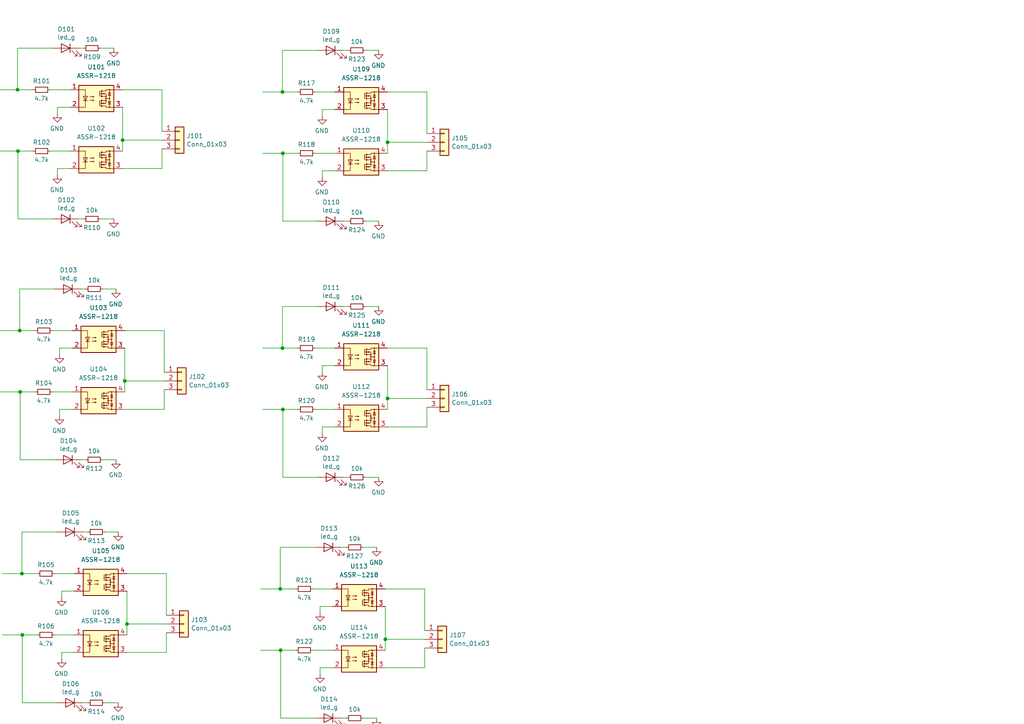
<source format=kicad_sch>
(kicad_sch (version 20230121) (generator eeschema)
  (paper "A4")
  (title_block (date "2024-03-17") (comment 1 "https://www.supermicro.com/manuals/motherboard/C236/MNL-1778.pdf"))
  (lib_symbols
    (symbol "Connector:USB_A" (pin_names (offset 1.016))
      (property "Reference" "J" (at -5.08 11.43 0))
      (property "Value" "USB_A" (at -5.08 8.89 0))
      (symbol "USB_A_0_1"
        (rectangle (start -5.08 -7.62) (end 5.08 7.62) (stroke (width 0.254)) (fill (type background)))
        (circle (center -3.81 2.159) (radius 0.635) (stroke (width 0.254)) (fill (type outline)))
        (rectangle (start -1.524 4.826) (end -4.318 5.334) (fill (type outline)))
        (rectangle (start -1.27 4.572) (end -4.572 5.842))
        (circle (center -0.635 3.429) (radius 0.381) (stroke (width 0.254)) (fill (type outline)))
        (rectangle (start -0.127 -7.62) (end 0.127 -6.858))
        (polyline (pts (xy -3.175 2.159) (xy -2.54 2.159) (xy -1.27 3.429) (xy -0.635 3.429)) (stroke (width 0.254)))
        (polyline (pts (xy -2.54 2.159) (xy -1.905 2.159) (xy -1.27 0.889) (xy 0 0.889)) (stroke (width 0.254)))
        (polyline (pts (xy 0.635 2.794) (xy 0.635 1.524) (xy 1.905 2.159) (xy 0.635 2.794)) (stroke (width 0.254)) (fill (type outline)))
        (rectangle (start 0.254 1.27) (end -0.508 0.508) (stroke (width 0.254)) (fill (type outline)))
        (rectangle (start 5.08 -2.667) (end 4.318 -2.413))
        (rectangle (start 5.08 -0.127) (end 4.318 0.127))
        (rectangle (start 5.08 4.953) (end 4.318 5.207))
      )
      (symbol "USB_A_1_1"
        (polyline (pts (xy -1.905 2.159) (xy 0.635 2.159)) (stroke (width 0.254)))
        (pin power_in line (at 7.62 5.08 180) (length 2.54) (name "VBUS") (number "1"))
        (pin bidirectional line (at 7.62 -2.54 180) (length 2.54) (name "D-") (number "2"))
        (pin bidirectional line (at 7.62 0 180) (length 2.54) (name "D+") (number "3"))
        (pin power_in line (at 0 -10.16 90) (length 2.54) (name "GND") (number "4"))
        (pin passive line (at -2.54 -10.16 90) (length 2.54) (name "Shield") (number "5"))
      )
    )
    (symbol "Connector_Generic:Conn_01x02" (pin_names (offset 1.016) hide)
      (property "Reference" "J" (at 0 2.54 0))
      (property "Value" "Conn_01x02" (at 0 -5.08 0))
      (symbol "Conn_01x02_1_1"
        (rectangle (start -1.27 -2.413) (end 0 -2.667) (stroke (width 0.1524)))
        (rectangle (start -1.27 0.127) (end 0 -0.127) (stroke (width 0.1524)))
        (rectangle (start -1.27 1.27) (end 1.27 -3.81) (stroke (width 0.254)) (fill (type background)))
        (pin passive line (at -5.08 0 0) (length 3.81) (name "Pin_1") (number "1"))
        (pin passive line (at -5.08 -2.54 0) (length 3.81) (name "Pin_2") (number "2"))
      )
    )
    (symbol "Connector_Generic:Conn_01x03" (pin_names (offset 1.016) hide)
      (property "Reference" "J" (at 0 5.08 0))
      (property "Value" "Conn_01x03" (at 0 -5.08 0))
      (symbol "Conn_01x03_1_1"
        (rectangle (start -1.27 -2.413) (end 0 -2.667) (stroke (width 0.1524)))
        (rectangle (start -1.27 0.127) (end 0 -0.127) (stroke (width 0.1524)))
        (rectangle (start -1.27 2.667) (end 0 2.413) (stroke (width 0.1524)))
        (rectangle (start -1.27 3.81) (end 1.27 -3.81) (stroke (width 0.254)) (fill (type background)))
        (pin passive line (at -5.08 2.54 0) (length 3.81) (name "Pin_1") (number "1"))
        (pin passive line (at -5.08 0 0) (length 3.81) (name "Pin_2") (number "2"))
        (pin passive line (at -5.08 -2.54 0) (length 3.81) (name "Pin_3") (number "3"))
      )
    )
    (symbol "Connector_Generic:Conn_01x04" (pin_names (offset 1.016) hide)
      (property "Reference" "J" (at 0 5.08 0))
      (property "Value" "Conn_01x04" (at 0 -7.62 0))
      (symbol "Conn_01x04_1_1"
        (rectangle (start -1.27 -4.953) (end 0 -5.207) (stroke (width 0.1524)))
        (rectangle (start -1.27 -2.413) (end 0 -2.667) (stroke (width 0.1524)))
        (rectangle (start -1.27 0.127) (end 0 -0.127) (stroke (width 0.1524)))
        (rectangle (start -1.27 2.667) (end 0 2.413) (stroke (width 0.1524)))
        (rectangle (start -1.27 3.81) (end 1.27 -6.35) (stroke (width 0.254)) (fill (type background)))
        (pin passive line (at -5.08 2.54 0) (length 3.81) (name "Pin_1") (number "1"))
        (pin passive line (at -5.08 0 0) (length 3.81) (name "Pin_2") (number "2"))
        (pin passive line (at -5.08 -2.54 0) (length 3.81) (name "Pin_3") (number "3"))
        (pin passive line (at -5.08 -5.08 0) (length 3.81) (name "Pin_4") (number "4"))
      )
    )
    (symbol "Connector_Generic:Conn_02x05_Odd_Even" (pin_names (offset 1.016) hide)
      (property "Reference" "J" (at 1.27 7.62 0))
      (property "Value" "Conn_02x05_Odd_Even" (at 1.27 -7.62 0))
      (symbol "Conn_02x05_Odd_Even_1_1"
        (rectangle (start -1.27 -4.953) (end 0 -5.207) (stroke (width 0.1524)))
        (rectangle (start -1.27 -2.413) (end 0 -2.667) (stroke (width 0.1524)))
        (rectangle (start -1.27 0.127) (end 0 -0.127) (stroke (width 0.1524)))
        (rectangle (start -1.27 2.667) (end 0 2.413) (stroke (width 0.1524)))
        (rectangle (start -1.27 5.207) (end 0 4.953) (stroke (width 0.1524)))
        (rectangle (start -1.27 6.35) (end 3.81 -6.35) (stroke (width 0.254)) (fill (type background)))
        (rectangle (start 3.81 -4.953) (end 2.54 -5.207) (stroke (width 0.1524)))
        (rectangle (start 3.81 -2.413) (end 2.54 -2.667) (stroke (width 0.1524)))
        (rectangle (start 3.81 0.127) (end 2.54 -0.127) (stroke (width 0.1524)))
        (rectangle (start 3.81 2.667) (end 2.54 2.413) (stroke (width 0.1524)))
        (rectangle (start 3.81 5.207) (end 2.54 4.953) (stroke (width 0.1524)))
        (pin passive line (at -5.08 5.08 0) (length 3.81) (name "Pin_1") (number "1"))
        (pin passive line (at 7.62 -5.08 180) (length 3.81) (name "Pin_10") (number "10"))
        (pin passive line (at 7.62 5.08 180) (length 3.81) (name "Pin_2") (number "2"))
        (pin passive line (at -5.08 2.54 0) (length 3.81) (name "Pin_3") (number "3"))
        (pin passive line (at 7.62 2.54 180) (length 3.81) (name "Pin_4") (number "4"))
        (pin passive line (at -5.08 0 0) (length 3.81) (name "Pin_5") (number "5"))
        (pin passive line (at 7.62 0 180) (length 3.81) (name "Pin_6") (number "6"))
        (pin passive line (at -5.08 -2.54 0) (length 3.81) (name "Pin_7") (number "7"))
        (pin passive line (at 7.62 -2.54 180) (length 3.81) (name "Pin_8") (number "8"))
        (pin passive line (at -5.08 -5.08 0) (length 3.81) (name "Pin_9") (number "9"))
      )
    )
    (symbol "Connector_Generic:Conn_02x10_Odd_Even" (pin_names (offset 1.016) hide)
      (property "Reference" "J" (at 1.27 12.7 0))
      (property "Value" "Conn_02x10_Odd_Even" (at 1.27 -15.24 0))
      (symbol "Conn_02x10_Odd_Even_1_1"
        (rectangle (start -1.27 -12.573) (end 0 -12.827) (stroke (width 0.1524)))
        (rectangle (start -1.27 -10.033) (end 0 -10.287) (stroke (width 0.1524)))
        (rectangle (start -1.27 -7.493) (end 0 -7.747) (stroke (width 0.1524)))
        (rectangle (start -1.27 -4.953) (end 0 -5.207) (stroke (width 0.1524)))
        (rectangle (start -1.27 -2.413) (end 0 -2.667) (stroke (width 0.1524)))
        (rectangle (start -1.27 0.127) (end 0 -0.127) (stroke (width 0.1524)))
        (rectangle (start -1.27 2.667) (end 0 2.413) (stroke (width 0.1524)))
        (rectangle (start -1.27 5.207) (end 0 4.953) (stroke (width 0.1524)))
        (rectangle (start -1.27 7.747) (end 0 7.493) (stroke (width 0.1524)))
        (rectangle (start -1.27 10.287) (end 0 10.033) (stroke (width 0.1524)))
        (rectangle (start -1.27 11.43) (end 3.81 -13.97) (stroke (width 0.254)) (fill (type background)))
        (rectangle (start 3.81 -12.573) (end 2.54 -12.827) (stroke (width 0.1524)))
        (rectangle (start 3.81 -10.033) (end 2.54 -10.287) (stroke (width 0.1524)))
        (rectangle (start 3.81 -7.493) (end 2.54 -7.747) (stroke (width 0.1524)))
        (rectangle (start 3.81 -4.953) (end 2.54 -5.207) (stroke (width 0.1524)))
        (rectangle (start 3.81 -2.413) (end 2.54 -2.667) (stroke (width 0.1524)))
        (rectangle (start 3.81 0.127) (end 2.54 -0.127) (stroke (width 0.1524)))
        (rectangle (start 3.81 2.667) (end 2.54 2.413) (stroke (width 0.1524)))
        (rectangle (start 3.81 5.207) (end 2.54 4.953) (stroke (width 0.1524)))
        (rectangle (start 3.81 7.747) (end 2.54 7.493) (stroke (width 0.1524)))
        (rectangle (start 3.81 10.287) (end 2.54 10.033) (stroke (width 0.1524)))
        (pin passive line (at -5.08 10.16 0) (length 3.81) (name "Pin_1") (number "1"))
        (pin passive line (at 7.62 0 180) (length 3.81) (name "Pin_10") (number "10"))
        (pin passive line (at -5.08 -2.54 0) (length 3.81) (name "Pin_11") (number "11"))
        (pin passive line (at 7.62 -2.54 180) (length 3.81) (name "Pin_12") (number "12"))
        (pin passive line (at -5.08 -5.08 0) (length 3.81) (name "Pin_13") (number "13"))
        (pin passive line (at 7.62 -5.08 180) (length 3.81) (name "Pin_14") (number "14"))
        (pin passive line (at -5.08 -7.62 0) (length 3.81) (name "Pin_15") (number "15"))
        (pin passive line (at 7.62 -7.62 180) (length 3.81) (name "Pin_16") (number "16"))
        (pin passive line (at -5.08 -10.16 0) (length 3.81) (name "Pin_17") (number "17"))
        (pin passive line (at 7.62 -10.16 180) (length 3.81) (name "Pin_18") (number "18"))
        (pin passive line (at -5.08 -12.7 0) (length 3.81) (name "Pin_19") (number "19"))
        (pin passive line (at 7.62 10.16 180) (length 3.81) (name "Pin_2") (number "2"))
        (pin passive line (at 7.62 -12.7 180) (length 3.81) (name "Pin_20") (number "20"))
        (pin passive line (at -5.08 7.62 0) (length 3.81) (name "Pin_3") (number "3"))
        (pin passive line (at 7.62 7.62 180) (length 3.81) (name "Pin_4") (number "4"))
        (pin passive line (at -5.08 5.08 0) (length 3.81) (name "Pin_5") (number "5"))
        (pin passive line (at 7.62 5.08 180) (length 3.81) (name "Pin_6") (number "6"))
        (pin passive line (at -5.08 2.54 0) (length 3.81) (name "Pin_7") (number "7"))
        (pin passive line (at 7.62 2.54 180) (length 3.81) (name "Pin_8") (number "8"))
        (pin passive line (at -5.08 0 0) (length 3.81) (name "Pin_9") (number "9"))
      )
    )
    (symbol "Device:LED" (pin_numbers hide) (pin_names (offset 1.016) hide)
      (property "Reference" "D" (at 0 2.54 0))
      (property "Value" "LED" (at 0 -2.54 0))
      (symbol "LED_0_1"
        (polyline (pts (xy -1.27 -1.27) (xy -1.27 1.27)) (stroke (width 0.2032)))
        (polyline (pts (xy -1.27 0) (xy 1.27 0)))
        (polyline (pts (xy 1.27 -1.27) (xy 1.27 1.27) (xy -1.27 0) (xy 1.27 -1.27)) (stroke (width 0.2032)))
        (polyline (pts (xy -3.048 -0.762) (xy -4.572 -2.286) (xy -3.81 -2.286) (xy -4.572 -2.286) (xy -4.572 -1.524)))
        (polyline (pts (xy -1.778 -0.762) (xy -3.302 -2.286) (xy -2.54 -2.286) (xy -3.302 -2.286) (xy -3.302 -1.524)))
      )
      (symbol "LED_1_1"
        (pin passive line (at -3.81 0 0) (length 2.54) (name "K") (number "1"))
        (pin passive line (at 3.81 0 180) (length 2.54) (name "A") (number "2"))
      )
    )
    (symbol "Device:R_Small" (pin_numbers hide) (pin_names (offset 0.254) hide)
      (property "Reference" "R" (at 0.762 0.508 0))
      (property "Value" "R_Small" (at 0.762 -1.016 0))
      (symbol "R_Small_0_1"
        (rectangle (start -0.762 1.778) (end 0.762 -1.778) (stroke (width 0.2032)))
      )
      (symbol "R_Small_1_1"
        (pin passive line (at 0 2.54 270) (length 0.762) (name "~") (number "1"))
        (pin passive line (at 0 -2.54 90) (length 0.762) (name "~") (number "2"))
      )
    )
    (symbol "RPi_Zero_pHat_Template-rescue:RPi_GPIO-Connector-ML" (pin_names (offset 1.016))
      (property "Reference" "J" (at 19.05 6.35 0))
      (property "Value" "Connector-ML:RPi_GPIO" (at 19.05 3.81 0))
      (symbol "RPi_GPIO-Connector-ML_0_1"
        (rectangle (start 0 2.54) (end 38.1 -50.8))
      )
      (symbol "RPi_GPIO-Connector-ML_1_1"
        (pin power_in inverted (at -5.08 0 0) (length 5.08) (name "3.3V") (number "1"))
        (pin bidirectional inverted (at 43.18 -10.16 180) (length 5.08) (name "GPIO15_RXD0") (number "10"))
        (pin bidirectional inverted (at -5.08 -12.7 0) (length 5.08) (name "GPIO17") (number "11"))
        (pin bidirectional inverted (at 43.18 -12.7 180) (length 5.08) (name "GPIO18") (number "12"))
        (pin bidirectional inverted (at -5.08 -15.24 0) (length 5.08) (name "GPIO27") (number "13"))
        (pin power_in inverted (at 43.18 -15.24 180) (length 5.08) (name "GND") (number "14"))
        (pin bidirectional inverted (at -5.08 -17.78 0) (length 5.08) (name "GPIO22") (number "15"))
        (pin bidirectional inverted (at 43.18 -17.78 180) (length 5.08) (name "GPIO23") (number "16"))
        (pin power_in inverted (at -5.08 -20.32 0) (length 5.08) (name "3.3V") (number "17"))
        (pin bidirectional inverted (at 43.18 -20.32 180) (length 5.08) (name "GPIO24") (number "18"))
        (pin bidirectional inverted (at -5.08 -22.86 0) (length 5.08) (name "GPIO10_SPI_MOSI") (number "19"))
        (pin power_in inverted (at 43.18 0 180) (length 5.08) (name "5V") (number "2"))
        (pin power_in inverted (at 43.18 -22.86 180) (length 5.08) (name "GND") (number "20"))
        (pin bidirectional inverted (at -5.08 -25.4 0) (length 5.08) (name "GPIO09_SPI_MISO") (number "21"))
        (pin bidirectional inverted (at 43.18 -25.4 180) (length 5.08) (name "GPIO25") (number "22"))
        (pin bidirectional inverted (at -5.08 -27.94 0) (length 5.08) (name "GPIO11_SPI_CLK") (number "23"))
        (pin bidirectional inverted (at 43.18 -27.94 180) (length 5.08) (name "GPIO08_SPI_CE0_N") (number "24"))
        (pin power_in inverted (at -5.08 -30.48 0) (length 5.08) (name "GND") (number "25"))
        (pin bidirectional inverted (at 43.18 -30.48 180) (length 5.08) (name "GPIO07_SPI_CE1_N") (number "26"))
        (pin bidirectional inverted (at -5.08 -33.02 0) (length 5.08) (name "ID_SD") (number "27"))
        (pin bidirectional inverted (at 43.18 -33.02 180) (length 5.08) (name "ID_SC") (number "28"))
        (pin bidirectional inverted (at -5.08 -35.56 0) (length 5.08) (name "GPIO05") (number "29"))
        (pin bidirectional inverted (at -5.08 -2.54 0) (length 5.08) (name "GPIO02_SDA1_I2C") (number "3"))
        (pin power_in inverted (at 43.18 -35.56 180) (length 5.08) (name "GND") (number "30"))
        (pin bidirectional inverted (at -5.08 -38.1 0) (length 5.08) (name "GPIO06") (number "31"))
        (pin bidirectional inverted (at 43.18 -38.1 180) (length 5.08) (name "GPIO12") (number "32"))
        (pin bidirectional inverted (at -5.08 -40.64 0) (length 5.08) (name "GPIO13") (number "33"))
        (pin power_in inverted (at 43.18 -40.64 180) (length 5.08) (name "GND") (number "34"))
        (pin bidirectional inverted (at -5.08 -43.18 0) (length 5.08) (name "GPIO19") (number "35"))
        (pin bidirectional inverted (at 43.18 -43.18 180) (length 5.08) (name "GPIO16") (number "36"))
        (pin bidirectional inverted (at -5.08 -45.72 0) (length 5.08) (name "GPIO26") (number "37"))
        (pin bidirectional inverted (at 43.18 -45.72 180) (length 5.08) (name "GPIO20") (number "38"))
        (pin power_in inverted (at -5.08 -48.26 0) (length 5.08) (name "GND") (number "39"))
        (pin power_in inverted (at 43.18 -2.54 180) (length 5.08) (name "5V") (number "4"))
        (pin bidirectional inverted (at 43.18 -48.26 180) (length 5.08) (name "GPIO21") (number "40"))
        (pin bidirectional inverted (at -5.08 -5.08 0) (length 5.08) (name "GPIO03_SCL1_I2C") (number "5"))
        (pin power_in inverted (at 43.18 -5.08 180) (length 5.08) (name "GND") (number "6"))
        (pin bidirectional inverted (at -5.08 -7.62 0) (length 5.08) (name "GPIO04_GCLK") (number "7"))
        (pin bidirectional inverted (at 43.18 -7.62 180) (length 5.08) (name "GPIO14_TXD0") (number "8"))
        (pin power_in inverted (at -5.08 -10.16 0) (length 5.08) (name "GND") (number "9"))
      )
    )
    (symbol "Relay_SolidState:ASSR-1218"
      (property "Reference" "U" (at -5.08 5.08 0))
      (property "Value" "ASSR-1218" (at 0 5.08 0))
      (symbol "ASSR-1218_0_1"
        (rectangle (start -5.08 3.81) (end 5.08 -3.81) (stroke (width 0.254)) (fill (type background)))
        (polyline (pts (xy -3.81 -0.635) (xy -2.54 -0.635)))
        (polyline (pts (xy 1.016 -0.635) (xy 1.016 -2.159)) (stroke (width 0.2032)))
        (polyline (pts (xy 1.016 2.159) (xy 1.016 0.635)) (stroke (width 0.2032)))
        (polyline (pts (xy 1.524 -0.508) (xy 1.524 -0.762)) (stroke (width 0.3556)))
        (polyline (pts (xy 2.794 0) (xy 3.81 0)))
        (polyline (pts (xy 3.429 -1.651) (xy 4.191 -1.651)))
        (polyline (pts (xy 3.429 1.651) (xy 4.191 1.651)))
        (polyline (pts (xy 3.81 -2.54) (xy 3.81 2.54)))
        (polyline (pts (xy 1.524 -2.032) (xy 1.524 -2.286) (xy 1.524 -2.286)) (stroke (width 0.3556)))
        (polyline (pts (xy 1.524 -1.27) (xy 1.524 -1.524) (xy 1.524 -1.524)) (stroke (width 0.3556)))
        (polyline (pts (xy 1.524 0.762) (xy 1.524 0.508) (xy 1.524 0.508)) (stroke (width 0.3556)))
        (polyline (pts (xy 1.524 1.524) (xy 1.524 1.27) (xy 1.524 1.27)) (stroke (width 0.3556)))
        (polyline (pts (xy 1.524 2.286) (xy 1.524 2.032) (xy 1.524 2.032)) (stroke (width 0.3556)))
        (polyline (pts (xy 1.651 -1.397) (xy 2.794 -1.397) (xy 2.794 -0.635)))
        (polyline (pts (xy 1.651 1.397) (xy 2.794 1.397) (xy 2.794 0.635)))
        (polyline (pts (xy -5.08 2.54) (xy -3.175 2.54) (xy -3.175 -2.54) (xy -5.08 -2.54)))
        (polyline (pts (xy -3.175 -0.635) (xy -3.81 0.635) (xy -2.54 0.635) (xy -3.175 -0.635)))
        (polyline (pts (xy 1.651 -2.159) (xy 2.794 -2.159) (xy 2.794 -2.54) (xy 5.08 -2.54)))
        (polyline (pts (xy 1.651 -0.635) (xy 2.794 -0.635) (xy 2.794 0.635) (xy 1.651 0.635)))
        (polyline (pts (xy 1.651 2.159) (xy 2.794 2.159) (xy 2.794 2.54) (xy 5.08 2.54)))
        (polyline (pts (xy 1.778 -1.397) (xy 2.286 -1.27) (xy 2.286 -1.524) (xy 1.778 -1.397)))
        (polyline (pts (xy 1.778 1.397) (xy 2.286 1.524) (xy 2.286 1.27) (xy 1.778 1.397)))
        (polyline (pts (xy 3.81 -1.651) (xy 3.429 -0.889) (xy 4.191 -0.889) (xy 3.81 -1.651)))
        (polyline (pts (xy 3.81 1.651) (xy 3.429 0.889) (xy 4.191 0.889) (xy 3.81 1.651)))
        (polyline (pts (xy -1.905 -0.508) (xy -0.635 -0.508) (xy -1.016 -0.635) (xy -1.016 -0.381) (xy -0.635 -0.508)))
        (polyline (pts (xy -1.905 0.508) (xy -0.635 0.508) (xy -1.016 0.381) (xy -1.016 0.635) (xy -0.635 0.508)))
        (circle (center 2.794 -0.635) (radius 0.127))
        (circle (center 2.794 0) (radius 0.127))
        (circle (center 2.794 0.635) (radius 0.127))
        (circle (center 3.81 -2.54) (radius 0.127))
        (circle (center 3.81 0) (radius 0.127))
        (circle (center 3.81 2.54) (radius 0.127))
      )
      (symbol "ASSR-1218_1_1"
        (pin passive line (at -7.62 2.54 0) (length 2.54) (name "~") (number "1"))
        (pin passive line (at -7.62 -2.54 0) (length 2.54) (name "~") (number "2"))
        (pin passive line (at 7.62 -2.54 180) (length 2.54) (name "~") (number "3"))
        (pin passive line (at 7.62 2.54 180) (length 2.54) (name "~") (number "4"))
      )
    )
    (symbol "power:+5V" (power) (pin_names (offset 0))
      (property "Value" "+5V" (at 0 3.556 0))
      (symbol "+5V_0_1"
        (polyline (pts (xy -0.762 1.27) (xy 0 2.54)))
        (polyline (pts (xy 0 0) (xy 0 2.54)))
        (polyline (pts (xy 0 2.54) (xy 0.762 1.27)))
      )
      (symbol "+5V_1_1"
        (pin power_in line (at 0 0 90) (length 0) hide (name "+5V") (number "1"))
      )
    )
    (symbol "power:GND" (power) (pin_names (offset 0))
      (property "Value" "GND" (at 0 -3.81 0))
      (symbol "GND_0_1"
        (polyline (pts (xy 0 0) (xy 0 -1.27) (xy 1.27 -1.27) (xy 0 -2.54) (xy -1.27 -1.27) (xy 0 -1.27)))
      )
      (symbol "GND_1_1"
        (pin power_in line (at 0 0 270) (length 0) hide (name "GND") (number "1"))
      )
    )
  )
  (junction (at 111.76 185.42))
  (junction (at 82.042 44.45))
  (junction (at 5.08 26.035))
  (junction (at 483.235 -133.985))
  (junction (at 81.915 26.67))
  (junction (at 5.715 95.885))
  (junction (at 35.56 40.64))
  (junction (at 6.35 166.37))
  (junction (at 81.28 170.815))
  (junction (at 6.477 184.15))
  (junction (at 5.842 113.665))
  (junction (at 81.407 188.595))
  (junction (at 6.477 255.27))
  (junction (at 36.195 110.49))
  (junction (at 81.915 100.965))
  (junction (at 36.83 252.095))
  (junction (at 5.207 43.815))
  (junction (at 36.83 180.975))
  (junction (at 112.395 41.275))
  (junction (at 6.35 237.49))
  (junction (at 82.042 118.745))
  (junction (at 112.395 115.57))
  (wire (pts (xy 30.48 225.425) (xy 34.29 225.425)))
  (wire (pts (xy 423.545 -46.355) (xy 423.545 -50.165)))
  (wire (pts (xy 414.655 -41.275) (xy 414.655 -43.815)))
  (wire (pts (xy 82.042 88.9) (xy 92.075 88.9)))
  (wire (pts (xy 91.44 100.965) (xy 97.155 100.965)))
  (wire (pts (xy 23.495 133.35) (xy 24.765 133.35)))
  (wire (pts (xy 30.48 203.835) (xy 34.29 203.835)))
  (wire (pts (xy 105.41 158.75) (xy 109.22 158.75)))
  (wire (pts (xy 17.907 262.128) (xy 17.907 260.35)))
  (wire (pts (xy 478.155 -131.445) (xy 483.235 -131.445)))
  (wire (pts (xy 81.407 188.595) (xy 85.725 188.595)))
  (wire (pts (xy 483.235 -133.985) (xy 483.235 -135.255)))
  (wire (pts (xy 30.48 154.305) (xy 34.29 154.305)))
  (wire (pts (xy 36.195 110.49) (xy 36.195 113.665)))
  (wire (pts (xy 24.13 225.425) (xy 25.4 225.425)))
  (wire (pts (xy 112.395 31.75) (xy 112.395 41.275)))
  (wire (pts (xy 6.477 184.15) (xy 6.477 203.835)))
  (wire (pts (xy 93.472 31.75) (xy 97.155 31.75)))
  (wire (pts (xy 36.83 180.975) (xy 48.26 180.975)))
  (wire (pts (xy 35.56 48.895) (xy 46.99 48.895)))
  (wire (pts (xy -0.635 26.035) (xy 5.08 26.035)))
  (wire (pts (xy 0.635 237.49) (xy 6.35 237.49)))
  (wire (pts (xy 17.272 120.523) (xy 17.272 118.745)))
  (wire (pts (xy 22.86 13.97) (xy 24.13 13.97)))
  (wire (pts (xy 76.2 44.45) (xy 82.042 44.45)))
  (wire (pts (xy 106.045 64.135) (xy 109.855 64.135)))
  (wire (pts (xy 5.715 95.885) (xy 10.16 95.885)))
  (wire (pts (xy 93.472 49.53) (xy 97.155 49.53)))
  (wire (pts (xy 6.477 274.955) (xy 16.51 274.955)))
  (wire (pts (xy 16.637 50.673) (xy 16.637 48.895)))
  (wire (pts (xy 123.825 26.67) (xy 123.825 38.735)))
  (wire (pts (xy 5.207 43.815) (xy 5.207 63.5)))
  (wire (pts (xy 112.395 41.275) (xy 112.395 44.45)))
  (wire (pts (xy 36.195 110.49) (xy 47.625 110.49)))
  (wire (pts (xy 36.83 180.975) (xy 36.83 184.15)))
  (wire (pts (xy -0.635 43.815) (xy 5.207 43.815)))
  (wire (pts (xy 419.735 -41.275) (xy 428.625 -41.275)))
  (wire (pts (xy 82.042 138.43) (xy 92.075 138.43)))
  (wire (pts (xy 14.605 43.815) (xy 20.32 43.815)))
  (wire (pts (xy 29.21 13.97) (xy 33.02 13.97)))
  (wire (pts (xy 15.24 95.885) (xy 20.955 95.885)))
  (wire (pts (xy 93.472 107.823) (xy 93.472 106.045)))
  (wire (pts (xy 112.395 100.965) (xy 123.825 100.965)))
  (wire (pts (xy 112.395 41.275) (xy 123.825 41.275)))
  (wire (pts (xy 17.907 242.57) (xy 21.59 242.57)))
  (wire (pts (xy 16.637 32.893) (xy 16.637 31.115)))
  (wire (pts (xy 123.825 123.825) (xy 123.825 118.11)))
  (wire (pts (xy 6.477 184.15) (xy 10.795 184.15)))
  (wire (pts (xy 0.635 255.27) (xy 6.477 255.27)))
  (wire (pts (xy 15.24 113.665) (xy 20.955 113.665)))
  (wire (pts (xy 0.635 166.37) (xy 6.35 166.37)))
  (wire (pts (xy 99.06 158.75) (xy 100.33 158.75)))
  (wire (pts (xy 17.907 244.348) (xy 17.907 242.57)))
  (wire (pts (xy 35.56 40.64) (xy 46.99 40.64)))
  (wire (pts (xy 17.272 100.965) (xy 20.955 100.965)))
  (wire (pts (xy 82.042 14.605) (xy 92.075 14.605)))
  (wire (pts (xy 112.395 106.045) (xy 112.395 115.57)))
  (wire (pts (xy 24.13 154.305) (xy 25.4 154.305)))
  (wire (pts (xy 0 113.665) (xy 5.842 113.665)))
  (wire (pts (xy 0 95.885) (xy 5.715 95.885)))
  (wire (pts (xy 99.695 88.9) (xy 100.965 88.9)))
  (wire (pts (xy 29.21 63.5) (xy 33.02 63.5)))
  (wire (pts (xy 35.56 26.035) (xy 46.99 26.035)))
  (wire (pts (xy 5.842 133.35) (xy 15.875 133.35)))
  (wire (pts (xy 0.635 184.15) (xy 6.477 184.15)))
  (wire (pts (xy 36.83 260.35) (xy 48.26 260.35)))
  (wire (pts (xy 111.76 185.42) (xy 111.76 188.595)))
  (wire (pts (xy 91.44 118.745) (xy 97.155 118.745)))
  (wire (pts (xy 6.477 255.27) (xy 10.795 255.27)))
  (wire (pts (xy 123.825 100.965) (xy 123.825 113.03)))
  (wire (pts (xy 5.715 83.82) (xy 5.715 95.885)))
  (wire (pts (xy 82.042 64.135) (xy 92.075 64.135)))
  (wire (pts (xy 48.26 166.37) (xy 48.26 178.435)))
  (wire (pts (xy 112.395 49.53) (xy 123.825 49.53)))
  (wire (pts (xy 36.195 118.745) (xy 47.625 118.745)))
  (wire (pts (xy 106.045 138.43) (xy 109.855 138.43)))
  (wire (pts (xy 91.44 44.45) (xy 97.155 44.45)))
  (wire (pts (xy 92.837 175.895) (xy 96.52 175.895)))
  (wire (pts (xy 6.477 255.27) (xy 6.477 274.955)))
  (wire (pts (xy 16.637 31.115) (xy 20.32 31.115)))
  (wire (pts (xy 5.842 83.82) (xy 15.875 83.82)))
  (wire (pts (xy 6.35 154.305) (xy 6.35 166.37)))
  (wire (pts (xy 93.472 106.045) (xy 97.155 106.045)))
  (wire (pts (xy 76.2 118.745) (xy 82.042 118.745)))
  (wire (pts (xy 81.407 208.28) (xy 91.44 208.28)))
  (wire (pts (xy 46.99 48.895) (xy 46.99 43.18)))
  (wire (pts (xy 30.48 274.955) (xy 34.29 274.955)))
  (wire (pts (xy 15.875 255.27) (xy 21.59 255.27)))
  (wire (pts (xy 17.907 260.35) (xy 21.59 260.35)))
  (wire (pts (xy 6.35 166.37) (xy 10.795 166.37)))
  (wire (pts (xy 93.472 123.825) (xy 97.155 123.825)))
  (wire (pts (xy 36.83 242.57) (xy 36.83 252.095)))
  (wire (pts (xy 81.28 170.815) (xy 85.725 170.815)))
  (wire (pts (xy 123.19 193.675) (xy 123.19 187.96)))
  (wire (pts (xy 112.395 115.57) (xy 112.395 118.745)))
  (wire (pts (xy 6.35 237.49) (xy 10.795 237.49)))
  (wire (pts (xy 15.875 184.15) (xy 21.59 184.15)))
  (wire (pts (xy 111.76 175.895) (xy 111.76 185.42)))
  (wire (pts (xy 15.875 166.37) (xy 21.59 166.37)))
  (wire (pts (xy 111.76 170.815) (xy 123.19 170.815)))
  (wire (pts (xy 24.13 274.955) (xy 25.4 274.955)))
  (wire (pts (xy 23.495 83.82) (xy 24.765 83.82)))
  (wire (pts (xy 92.837 195.453) (xy 92.837 193.675)))
  (wire (pts (xy 82.042 44.45) (xy 82.042 64.135)))
  (wire (pts (xy 22.86 63.5) (xy 24.13 63.5)))
  (wire (pts (xy 93.472 33.528) (xy 93.472 31.75)))
  (wire (pts (xy 29.845 83.82) (xy 33.655 83.82)))
  (wire (pts (xy 46.99 26.035) (xy 46.99 38.1)))
  (wire (pts (xy 6.35 225.425) (xy 6.35 237.49)))
  (wire (pts (xy 75.565 188.595) (xy 81.407 188.595)))
  (wire (pts (xy 48.26 260.35) (xy 48.26 254.635)))
  (wire (pts (xy 123.19 170.815) (xy 123.19 182.88)))
  (wire (pts (xy 14.605 26.035) (xy 20.32 26.035)))
  (wire (pts (xy 17.907 191.008) (xy 17.907 189.23)))
  (wire (pts (xy 414.655 -43.815) (xy 428.625 -43.815)))
  (wire (pts (xy 5.08 26.035) (xy 9.525 26.035)))
  (wire (pts (xy 90.805 170.815) (xy 96.52 170.815)))
  (wire (pts (xy 24.13 203.835) (xy 25.4 203.835)))
  (wire (pts (xy 82.042 44.45) (xy 86.36 44.45)))
  (wire (pts (xy 112.395 26.67) (xy 123.825 26.67)))
  (wire (pts (xy 35.56 31.115) (xy 35.56 40.64)))
  (wire (pts (xy 106.045 14.605) (xy 109.855 14.605)))
  (wire (pts (xy 36.83 252.095) (xy 36.83 255.27)))
  (wire (pts (xy 105.41 208.28) (xy 109.22 208.28)))
  (wire (pts (xy 6.477 225.425) (xy 16.51 225.425)))
  (wire (pts (xy 106.045 88.9) (xy 109.855 88.9)))
  (wire (pts (xy 123.825 49.53) (xy 123.825 43.815)))
  (wire (pts (xy 90.805 188.595) (xy 96.52 188.595)))
  (wire (pts (xy 82.042 118.745) (xy 82.042 138.43)))
  (wire (pts (xy 76.2 100.965) (xy 81.915 100.965)))
  (wire (pts (xy 483.235 -131.445) (xy 483.235 -133.985)))
  (wire (pts (xy 91.44 26.67) (xy 97.155 26.67)))
  (wire (pts (xy 99.695 138.43) (xy 100.965 138.43)))
  (wire (pts (xy 17.907 189.23) (xy 21.59 189.23)))
  (wire (pts (xy 112.395 123.825) (xy 123.825 123.825)))
  (wire (pts (xy 81.915 100.965) (xy 86.36 100.965)))
  (wire (pts (xy 92.837 193.675) (xy 96.52 193.675)))
  (wire (pts (xy 47.625 118.745) (xy 47.625 113.03)))
  (wire (pts (xy 16.637 48.895) (xy 20.32 48.895)))
  (wire (pts (xy 17.272 118.745) (xy 20.955 118.745)))
  (wire (pts (xy 99.06 208.28) (xy 100.33 208.28)))
  (wire (pts (xy 81.915 14.605) (xy 81.915 26.67)))
  (wire (pts (xy 81.407 188.595) (xy 81.407 208.28)))
  (wire (pts (xy 76.2 26.67) (xy 81.915 26.67)))
  (wire (pts (xy 75.565 170.815) (xy 81.28 170.815)))
  (wire (pts (xy 35.56 40.64) (xy 35.56 43.815)))
  (wire (pts (xy 17.272 102.743) (xy 17.272 100.965)))
  (wire (pts (xy 81.915 88.9) (xy 81.915 100.965)))
  (wire (pts (xy 36.195 95.885) (xy 47.625 95.885)))
  (wire (pts (xy 36.83 237.49) (xy 48.26 237.49)))
  (wire (pts (xy 48.26 237.49) (xy 48.26 249.555)))
  (wire (pts (xy 36.195 100.965) (xy 36.195 110.49)))
  (wire (pts (xy 92.837 177.673) (xy 92.837 175.895)))
  (wire (pts (xy 111.76 193.675) (xy 123.19 193.675)))
  (wire (pts (xy 81.915 26.67) (xy 86.36 26.67)))
  (wire (pts (xy 36.83 252.095) (xy 48.26 252.095)))
  (wire (pts (xy 81.28 158.75) (xy 81.28 170.815)))
  (wire (pts (xy 6.477 154.305) (xy 16.51 154.305)))
  (wire (pts (xy 36.83 189.23) (xy 48.26 189.23)))
  (wire (pts (xy 17.907 173.228) (xy 17.907 171.45)))
  (wire (pts (xy 48.26 189.23) (xy 48.26 183.515)))
  (wire (pts (xy 36.83 171.45) (xy 36.83 180.975)))
  (wire (pts (xy 6.477 203.835) (xy 16.51 203.835)))
  (wire (pts (xy 99.695 14.605) (xy 100.965 14.605)))
  (wire (pts (xy 5.842 113.665) (xy 5.842 133.35)))
  (wire (pts (xy 5.207 63.5) (xy 15.24 63.5)))
  (wire (pts (xy 5.207 43.815) (xy 9.525 43.815)))
  (wire (pts (xy 47.625 95.885) (xy 47.625 107.95)))
  (wire (pts (xy 29.845 133.35) (xy 33.655 133.35)))
  (wire (pts (xy 82.042 118.745) (xy 86.36 118.745)))
  (wire (pts (xy 478.155 -133.985) (xy 483.235 -133.985)))
  (wire (pts (xy 112.395 115.57) (xy 123.825 115.57)))
  (wire (pts (xy 5.842 113.665) (xy 10.16 113.665)))
  (wire (pts (xy 93.472 51.308) (xy 93.472 49.53)))
  (wire (pts (xy 111.76 185.42) (xy 123.19 185.42)))
  (wire (pts (xy 17.907 171.45) (xy 21.59 171.45)))
  (wire (pts (xy 428.625 -46.355) (xy 423.545 -46.355)))
  (wire (pts (xy 99.695 64.135) (xy 100.965 64.135)))
  (wire (pts (xy 36.83 166.37) (xy 48.26 166.37)))
  (wire (pts (xy 93.472 125.603) (xy 93.472 123.825)))
  (wire (pts (xy 15.875 237.49) (xy 21.59 237.49)))
  (wire (pts (xy 5.08 13.97) (xy 5.08 26.035)))
  (wire (pts (xy 81.407 158.75) (xy 91.44 158.75)))
  (wire (pts (xy 5.207 13.97) (xy 15.24 13.97)))
  (text "JSTBY1" (at 429.895 -48.895 0) (effects (font (size 1.27 1.27)) (justify left bottom)))
  (text "Thru-Hole Connector" (at 433.705 -75.565 0) (effects (font (size 2.54 2.54) italic) (justify left bottom)))
  (label "wake_up" (at 419.735 -41.275 0))
  (symbol (lib_id "RPi_Zero_pHat_Template-rescue:RPi_GPIO-Connector-ML") (at 434.975 -133.985 0) (unit 1)
    (property "Reference" "J114" (at 454.025 -140.335 0) (effects (font (size 1.524 1.524))))
    (property "Value" "RPi_GPIO" (at 454.025 -137.795 0) (effects (font (size 1.524 1.524))))
    (property "Footprint" "RPi_Hat:Pin_Header_Straight_2x20" (effects hide))
  )
  (symbol (lib_id "power:GND") (at 33.655 83.82 0) (mirror y) (unit 1)
    (property "Reference" "#PWR0111" (effects hide))
    (property "Value" "GND" (at 33.528 88.2142 0))
  )
  (symbol (lib_id "Relay_SolidState:ASSR-1218") (at 27.94 46.355 0) (unit 1)
    (property "Reference" "U102" (at 27.94 37.211 0))
    (property "Value" "ASSR-1218" (at 27.94 39.751 0))
    (property "Footprint" "Package_SO:SO-4_4.4x4.3mm_P2.54mm" (effects hide))
    (property "Datasheet" "https://docs.broadcom.com/docs/AV02-0173EN" (effects hide))
  )
  (symbol (lib_id "Connector_Generic:Conn_01x03") (at 128.905 115.57 0) (unit 1)
    (property "Reference" "J106" (at 130.937 114.3579 0) (effects (justify left)))
    (property "Value" "Conn_01x03" (at 130.937 116.7821 0) (effects (justify left)))
    (property "Footprint" "Connector_PinHeader_2.54mm:PinHeader_1x03_P2.54mm_Vertical" (effects hide))
  )
  (symbol (lib_id "Connector_Generic:Conn_01x04") (at 400.685 -8.255 0) (unit 1)
    (property "Reference" "J112" (at 402.717 -8.1971 0) (effects (justify left)))
    (property "Value" "Conn_01x04" (at 402.717 -5.7729 0) (effects (justify left)))
    (property "Footprint" "Connector_PinHeader_2.54mm:PinHeader_1x04_P2.54mm_Vertical" (effects hide))
  )
  (symbol (lib_id "power:+5V") (at 423.545 -50.165 0) (unit 1)
    (property "Reference" "#PWR0130" (effects hide))
    (property "Value" "+5V" (at 423.545 -54.2981 0))
  )
  (symbol (lib_id "Device:LED") (at 95.885 138.43 0) (mirror y) (unit 1)
    (property "Reference" "D112" (at 96.0628 132.9436 0))
    (property "Value" "led_g" (at 96.0628 135.255 0))
    (property "Footprint" "LED_SMD:LED_0603_1608Metric" (effects hide))
  )
  (symbol (lib_id "Connector_Generic:Conn_01x03") (at 52.705 110.49 0) (unit 1)
    (property "Reference" "J102" (at 54.737 109.2779 0) (effects (justify left)))
    (property "Value" "Conn_01x03" (at 54.737 111.7021 0) (effects (justify left)))
    (property "Footprint" "Connector_PinHeader_2.54mm:PinHeader_1x03_P2.54mm_Vertical" (effects hide))
  )
  (symbol (lib_id "power:GND") (at 17.272 102.743 0) (mirror y) (unit 1)
    (property "Reference" "#PWR0103" (effects hide))
    (property "Value" "GND" (at 17.145 107.1372 0))
  )
  (symbol (lib_id "Device:R_Small") (at 103.505 138.43 270) (mirror x) (unit 1)
    (property "Reference" "R126" (at 103.505 140.97 90))
    (property "Value" "10k" (at 103.505 135.89 90))
    (property "Footprint" "Resistor_SMD:R_0603_1608Metric" (effects hide))
  )
  (symbol (lib_id "Device:LED") (at 95.25 158.75 0) (mirror y) (unit 1)
    (property "Reference" "D113" (at 95.4278 153.2636 0))
    (property "Value" "led_g" (at 95.4278 155.575 0))
    (property "Footprint" "LED_SMD:LED_0603_1608Metric" (effects hide))
  )
  (symbol (lib_id "power:GND") (at 33.02 13.97 0) (mirror y) (unit 1)
    (property "Reference" "#PWR0109" (effects hide))
    (property "Value" "GND" (at 32.893 18.3642 0))
  )
  (symbol (lib_id "Device:R_Small") (at 88.9 100.965 270) (unit 1)
    (property "Reference" "R119" (at 88.9 98.425 90))
    (property "Value" "4.7k" (at 88.9 103.505 90))
    (property "Footprint" "Resistor_SMD:R_0603_1608Metric" (effects hide))
  )
  (symbol (lib_id "Device:R_Small") (at 12.065 43.815 270) (unit 1)
    (property "Reference" "R102" (at 12.065 41.275 90))
    (property "Value" "4.7k" (at 12.065 46.355 90))
    (property "Footprint" "Resistor_SMD:R_0603_1608Metric" (effects hide))
  )
  (symbol (lib_id "Device:R_Small") (at 27.94 154.305 270) (mirror x) (unit 1)
    (property "Reference" "R113" (at 27.94 156.845 90))
    (property "Value" "10k" (at 27.94 151.765 90))
    (property "Footprint" "Resistor_SMD:R_0603_1608Metric" (effects hide))
  )
  (symbol (lib_id "Device:R_Small") (at 88.9 26.67 270) (unit 1)
    (property "Reference" "R117" (at 88.9 24.13 90))
    (property "Value" "4.7k" (at 88.9 29.21 90))
    (property "Footprint" "Resistor_SMD:R_0603_1608Metric" (effects hide))
  )
  (symbol (lib_id "power:GND") (at 17.907 173.228 0) (mirror y) (unit 1)
    (property "Reference" "#PWR0105" (effects hide))
    (property "Value" "GND" (at 17.78 177.6222 0))
  )
  (symbol (lib_id "Device:R_Small") (at 12.7 95.885 270) (unit 1)
    (property "Reference" "R103" (at 12.7 93.345 90))
    (property "Value" "4.7k" (at 12.7 98.425 90))
    (property "Footprint" "Resistor_SMD:R_0603_1608Metric" (effects hide))
  )
  (symbol (lib_id "power:GND") (at 109.855 88.9 0) (mirror y) (unit 1)
    (property "Reference" "#PWR0125" (effects hide))
    (property "Value" "GND" (at 109.728 93.2942 0))
  )
  (symbol (lib_id "power:GND") (at 17.907 191.008 0) (mirror y) (unit 1)
    (property "Reference" "#PWR0106" (effects hide))
    (property "Value" "GND" (at 17.78 195.4022 0))
  )
  (symbol (lib_id "Connector_Generic:Conn_01x02") (at 339.725 -8.255 0) (unit 1)
    (property "Reference" "J110" (at 341.757 -8.1971 0) (effects (justify left)))
    (property "Value" "Conn_01x02" (at 341.757 -5.7729 0) (effects (justify left)))
    (property "Footprint" "Connector_PinHeader_2.54mm:PinHeader_1x02_P2.54mm_Vertical" (effects hide))
  )
  (symbol (lib_id "Device:LED") (at 95.885 14.605 0) (mirror y) (unit 1)
    (property "Reference" "D109" (at 96.0628 9.1186 0))
    (property "Value" "led_g" (at 96.0628 11.43 0))
    (property "Footprint" "LED_SMD:LED_0603_1608Metric" (effects hide))
  )
  (symbol (lib_id "Connector_Generic:Conn_01x03") (at 52.07 40.64 0) (unit 1)
    (property "Reference" "J101" (at 54.102 39.4279 0) (effects (justify left)))
    (property "Value" "Conn_01x03" (at 54.102 41.8521 0) (effects (justify left)))
    (property "Footprint" "Connector_PinHeader_2.54mm:PinHeader_1x03_P2.54mm_Vertical" (effects hide))
  )
  (symbol (lib_id "Device:R_Small") (at 12.7 113.665 270) (unit 1)
    (property "Reference" "R104" (at 12.7 111.125 90))
    (property "Value" "4.7k" (at 12.7 116.205 90))
    (property "Footprint" "Resistor_SMD:R_0603_1608Metric" (effects hide))
  )
  (symbol (lib_id "Connector_Generic:Conn_02x05_Odd_Even") (at 358.775 -47.625 0) (unit 1)
    (property "Reference" "J111" (at 360.045 -58.1193 0))
    (property "Value" "Conn_02x05_Odd_Even" (at 360.045 -55.6951 0))
    (property "Footprint" "Connector_PinHeader_2.54mm:PinHeader_2x05_P2.54mm_Vertical" (effects hide))
  )
  (symbol (lib_id "Device:R_Small") (at 88.265 170.815 270) (unit 1)
    (property "Reference" "R121" (at 88.265 168.275 90))
    (property "Value" "4.7k" (at 88.265 173.355 90))
    (property "Footprint" "Resistor_SMD:R_0603_1608Metric" (effects hide))
  )
  (symbol (lib_id "power:GND") (at 109.22 158.75 0) (mirror y) (unit 1)
    (property "Reference" "#PWR0127" (effects hide))
    (property "Value" "GND" (at 109.093 163.1442 0))
  )
  (symbol (lib_id "Device:R_Small") (at 13.335 237.49 270) (unit 1)
    (property "Reference" "R107" (at 13.335 234.95 90))
    (property "Value" "4.7k" (at 13.335 240.03 90))
    (property "Footprint" "Resistor_SMD:R_0603_1608Metric" (effects hide))
  )
  (symbol (lib_id "power:GND") (at 34.29 154.305 0) (mirror y) (unit 1)
    (property "Reference" "#PWR0113" (effects hide))
    (property "Value" "GND" (at 34.163 158.6992 0))
  )
  (symbol (lib_id "Device:R_Small") (at 27.94 274.955 270) (mirror x) (unit 1)
    (property "Reference" "R116" (at 27.94 277.495 90))
    (property "Value" "10k" (at 27.94 272.415 90))
    (property "Footprint" "Resistor_SMD:R_0603_1608Metric" (effects hide))
  )
  (symbol (lib_id "power:GND") (at 34.29 203.835 0) (mirror y) (unit 1)
    (property "Reference" "#PWR0114" (effects hide))
    (property "Value" "GND" (at 34.163 208.2292 0))
  )
  (symbol (lib_id "power:GND") (at 109.855 64.135 0) (mirror y) (unit 1)
    (property "Reference" "#PWR0124" (effects hide))
    (property "Value" "GND" (at 109.728 68.5292 0))
  )
  (symbol (lib_id "Relay_SolidState:ASSR-1218") (at 104.14 173.355 0) (unit 1)
    (property "Reference" "U113" (at 104.14 164.211 0))
    (property "Value" "ASSR-1218" (at 104.14 166.751 0))
    (property "Footprint" "Package_SO:SO-4_4.4x4.3mm_P2.54mm" (effects hide))
    (property "Datasheet" "https://docs.broadcom.com/docs/AV02-0173EN" (effects hide))
  )
  (symbol (lib_id "Relay_SolidState:ASSR-1218") (at 27.94 28.575 0) (unit 1)
    (property "Reference" "U101" (at 27.94 19.431 0))
    (property "Value" "ASSR-1218" (at 27.94 21.971 0))
    (property "Footprint" "Package_SO:SO-4_4.4x4.3mm_P2.54mm" (effects hide))
    (property "Datasheet" "https://docs.broadcom.com/docs/AV02-0173EN" (effects hide))
  )
  (symbol (lib_id "Relay_SolidState:ASSR-1218") (at 104.775 103.505 0) (unit 1)
    (property "Reference" "U111" (at 104.775 94.361 0))
    (property "Value" "ASSR-1218" (at 104.775 96.901 0))
    (property "Footprint" "Package_SO:SO-4_4.4x4.3mm_P2.54mm" (effects hide))
    (property "Datasheet" "https://docs.broadcom.com/docs/AV02-0173EN" (effects hide))
  )
  (symbol (lib_id "Relay_SolidState:ASSR-1218") (at 29.21 168.91 0) (unit 1)
    (property "Reference" "U105" (at 29.21 159.766 0))
    (property "Value" "ASSR-1218" (at 29.21 162.306 0))
    (property "Footprint" "Package_SO:SO-4_4.4x4.3mm_P2.54mm" (effects hide))
    (property "Datasheet" "https://docs.broadcom.com/docs/AV02-0173EN" (effects hide))
  )
  (symbol (lib_id "Device:R_Small") (at 26.67 13.97 270) (mirror x) (unit 1)
    (property "Reference" "R109" (at 26.67 16.51 90))
    (property "Value" "10k" (at 26.67 11.43 90))
    (property "Footprint" "Resistor_SMD:R_0603_1608Metric" (effects hide))
  )
  (symbol (lib_id "power:GND") (at 93.472 107.823 0) (mirror y) (unit 1)
    (property "Reference" "#PWR0119" (effects hide))
    (property "Value" "GND" (at 93.345 112.2172 0))
  )
  (symbol (lib_id "power:GND") (at 414.655 -41.275 0) (unit 1)
    (property "Reference" "#PWR0129" (effects hide))
    (property "Value" "GND" (at 414.655 -37.1419 0))
  )
  (symbol (lib_id "Connector_Generic:Conn_01x03") (at 53.34 252.095 0) (unit 1)
    (property "Reference" "J104" (at 55.372 250.8829 0) (effects (justify left)))
    (property "Value" "Conn_01x03" (at 55.372 253.3071 0) (effects (justify left)))
    (property "Footprint" "Connector_PinHeader_2.54mm:PinHeader_1x03_P2.54mm_Vertical" (effects hide))
  )
  (symbol (lib_id "Device:LED") (at 19.685 83.82 0) (mirror y) (unit 1)
    (property "Reference" "D103" (at 19.8628 78.3336 0))
    (property "Value" "led_g" (at 19.8628 80.645 0))
    (property "Footprint" "LED_SMD:LED_0603_1608Metric" (effects hide))
  )
  (symbol (lib_id "Device:LED") (at 20.32 225.425 0) (mirror y) (unit 1)
    (property "Reference" "D107" (at 20.4978 219.9386 0))
    (property "Value" "led_g" (at 20.4978 222.25 0))
    (property "Footprint" "LED_SMD:LED_0603_1608Metric" (effects hide))
  )
  (symbol (lib_id "Connector_Generic:Conn_02x10_Odd_Even") (at 455.295 4.445 0) (unit 1)
    (property "Reference" "J115" (at 456.565 -11.1293 0))
    (property "Value" "Conn_02x10_Odd_Even" (at 456.565 -8.7051 0))
    (property "Footprint" "Connector_PinHeader_2.54mm:PinHeader_2x10_P2.54mm_Vertical" (effects hide))
  )
  (symbol (lib_id "Connector_Generic:Conn_01x03") (at 53.34 180.975 0) (unit 1)
    (property "Reference" "J103" (at 55.372 179.7629 0) (effects (justify left)))
    (property "Value" "Conn_01x03" (at 55.372 182.1871 0) (effects (justify left)))
    (property "Footprint" "Connector_PinHeader_2.54mm:PinHeader_1x03_P2.54mm_Vertical" (effects hide))
  )
  (symbol (lib_id "power:+5V") (at 483.235 -135.255 0) (unit 1)
    (property "Reference" "#PWR0131" (effects hide))
    (property "Value" "+5V" (at 483.235 -139.3881 0))
  )
  (symbol (lib_id "Device:R_Small") (at 88.9 118.745 270) (unit 1)
    (property "Reference" "R120" (at 88.9 116.205 90))
    (property "Value" "4.7k" (at 88.9 121.285 90))
    (property "Footprint" "Resistor_SMD:R_0603_1608Metric" (effects hide))
  )
  (symbol (lib_id "Relay_SolidState:ASSR-1218") (at 29.21 186.69 0) (unit 1)
    (property "Reference" "U106" (at 29.21 177.546 0))
    (property "Value" "ASSR-1218" (at 29.21 180.086 0))
    (property "Footprint" "Package_SO:SO-4_4.4x4.3mm_P2.54mm" (effects hide))
    (property "Datasheet" "https://docs.broadcom.com/docs/AV02-0173EN" (effects hide))
  )
  (symbol (lib_id "power:GND") (at 34.29 225.425 0) (mirror y) (unit 1)
    (property "Reference" "#PWR0115" (effects hide))
    (property "Value" "GND" (at 34.163 229.8192 0))
  )
  (symbol (lib_id "Device:R_Small") (at 102.87 158.75 270) (mirror x) (unit 1)
    (property "Reference" "R127" (at 102.87 161.29 90))
    (property "Value" "10k" (at 102.87 156.21 90))
    (property "Footprint" "Resistor_SMD:R_0603_1608Metric" (effects hide))
  )
  (symbol (lib_id "Relay_SolidState:ASSR-1218") (at 28.575 116.205 0) (unit 1)
    (property "Reference" "U104" (at 28.575 107.061 0))
    (property "Value" "ASSR-1218" (at 28.575 109.601 0))
    (property "Footprint" "Package_SO:SO-4_4.4x4.3mm_P2.54mm" (effects hide))
    (property "Datasheet" "https://docs.broadcom.com/docs/AV02-0173EN" (effects hide))
  )
  (symbol (lib_id "Device:R_Small") (at 27.94 225.425 270) (mirror x) (unit 1)
    (property "Reference" "R115" (at 27.94 227.965 90))
    (property "Value" "10k" (at 27.94 222.885 90))
    (property "Footprint" "Resistor_SMD:R_0603_1608Metric" (effects hide))
  )
  (symbol (lib_id "Relay_SolidState:ASSR-1218") (at 29.21 240.03 0) (unit 1)
    (property "Reference" "U107" (at 29.21 230.886 0))
    (property "Value" "ASSR-1218" (at 29.21 233.426 0))
    (property "Footprint" "Package_SO:SO-4_4.4x4.3mm_P2.54mm" (effects hide))
    (property "Datasheet" "https://docs.broadcom.com/docs/AV02-0173EN" (effects hide))
  )
  (symbol (lib_id "Device:LED") (at 20.32 203.835 0) (mirror y) (unit 1)
    (property "Reference" "D106" (at 20.4978 198.3486 0))
    (property "Value" "led_g" (at 20.4978 200.66 0))
    (property "Footprint" "LED_SMD:LED_0603_1608Metric" (effects hide))
  )
  (symbol (lib_id "Relay_SolidState:ASSR-1218") (at 104.775 46.99 0) (unit 1)
    (property "Reference" "U110" (at 104.775 37.846 0))
    (property "Value" "ASSR-1218" (at 104.775 40.386 0))
    (property "Footprint" "Package_SO:SO-4_4.4x4.3mm_P2.54mm" (effects hide))
    (property "Datasheet" "https://docs.broadcom.com/docs/AV02-0173EN" (effects hide))
  )
  (symbol (lib_id "Connector_Generic:Conn_01x03") (at 128.905 41.275 0) (unit 1)
    (property "Reference" "J105" (at 130.937 40.0629 0) (effects (justify left)))
    (property "Value" "Conn_01x03" (at 130.937 42.4871 0) (effects (justify left)))
    (property "Footprint" "Connector_PinHeader_2.54mm:PinHeader_1x03_P2.54mm_Vertical" (effects hide))
  )
  (symbol (lib_id "Device:LED") (at 19.05 13.97 0) (mirror y) (unit 1)
    (property "Reference" "D101" (at 19.2278 8.4836 0))
    (property "Value" "led_g" (at 19.2278 10.795 0))
    (property "Footprint" "LED_SMD:LED_0603_1608Metric" (effects hide))
  )
  (symbol (lib_id "power:GND") (at 92.837 177.673 0) (mirror y) (unit 1)
    (property "Reference" "#PWR0121" (effects hide))
    (property "Value" "GND" (at 92.71 182.0672 0))
  )
  (symbol (lib_id "power:GND") (at 93.472 33.528 0) (mirror y) (unit 1)
    (property "Reference" "#PWR0117" (effects hide))
    (property "Value" "GND" (at 93.345 37.9222 0))
  )
  (symbol (lib_id "Connector_Generic:Conn_01x02") (at 339.725 -15.875 0) (unit 1)
    (property "Reference" "J109" (at 341.757 -15.8171 0) (effects (justify left)))
    (property "Value" "Conn_01x02" (at 341.757 -13.3929 0) (effects (justify left)))
    (property "Footprint" "Connector_PinHeader_2.54mm:PinHeader_1x02_P2.54mm_Vertical" (effects hide))
  )
  (symbol (lib_id "Connector_Generic:Conn_01x03") (at 128.27 185.42 0) (unit 1)
    (property "Reference" "J107" (at 130.302 184.2079 0) (effects (justify left)))
    (property "Value" "Conn_01x03" (at 130.302 186.6321 0) (effects (justify left)))
    (property "Footprint" "Connector_PinHeader_2.54mm:PinHeader_1x03_P2.54mm_Vertical" (effects hide))
  )
  (symbol (lib_id "Connector_Generic:Conn_01x03") (at 433.705 -43.815 0) (unit 1)
    (property "Reference" "J113" (at 435.737 -45.0271 0) (effects (justify left)))
    (property "Value" "power_input" (at 435.737 -42.6029 0) (effects (justify left)))
    (property "Footprint" "Connector_PinHeader_2.54mm:PinHeader_1x03_P2.54mm_Vertical" (effects hide))
  )
  (symbol (lib_id "Relay_SolidState:ASSR-1218") (at 104.14 191.135 0) (unit 1)
    (property "Reference" "U114" (at 104.14 181.991 0))
    (property "Value" "ASSR-1218" (at 104.14 184.531 0))
    (property "Footprint" "Package_SO:SO-4_4.4x4.3mm_P2.54mm" (effects hide))
    (property "Datasheet" "https://docs.broadcom.com/docs/AV02-0173EN" (effects hide))
  )
  (symbol (lib_id "Device:R_Small") (at 27.305 83.82 270) (mirror x) (unit 1)
    (property "Reference" "R111" (at 27.305 86.36 90))
    (property "Value" "10k" (at 27.305 81.28 90))
    (property "Footprint" "Resistor_SMD:R_0603_1608Metric" (effects hide))
  )
  (symbol (lib_id "Device:R_Small") (at 103.505 88.9 270) (mirror x) (unit 1)
    (property "Reference" "R125" (at 103.505 91.44 90))
    (property "Value" "10k" (at 103.505 86.36 90))
    (property "Footprint" "Resistor_SMD:R_0603_1608Metric" (effects hide))
  )
  (symbol (lib_id "Device:R_Small") (at 26.67 63.5 270) (mirror x) (unit 1)
    (property "Reference" "R110" (at 26.67 66.04 90))
    (property "Value" "10k" (at 26.67 60.96 90))
    (property "Footprint" "Resistor_SMD:R_0603_1608Metric" (effects hide))
  )
  (symbol (lib_id "power:GND") (at 33.02 63.5 0) (mirror y) (unit 1)
    (property "Reference" "#PWR0110" (effects hide))
    (property "Value" "GND" (at 32.893 67.8942 0))
  )
  (symbol (lib_id "power:GND") (at 17.907 262.128 0) (mirror y) (unit 1)
    (property "Reference" "#PWR0108" (effects hide))
    (property "Value" "GND" (at 17.78 266.5222 0))
  )
  (symbol (lib_id "Connector:USB_A") (at 335.915 -48.895 0) (unit 1)
    (property "Reference" "J108" (at 335.915 -60.6593 0))
    (property "Value" "USB_A" (at 335.915 -58.2351 0))
    (property "Footprint" "Connector_USB:USB_A_CONNFLY_DS1095-WNR0" (effects hide))
    (property "Datasheet" " ~" (effects hide))
  )
  (symbol (lib_id "Device:R_Small") (at 13.335 166.37 270) (unit 1)
    (property "Reference" "R105" (at 13.335 163.83 90))
    (property "Value" "4.7k" (at 13.335 168.91 90))
    (property "Footprint" "Resistor_SMD:R_0603_1608Metric" (effects hide))
  )
  (symbol (lib_id "power:GND") (at 92.837 195.453 0) (mirror y) (unit 1)
    (property "Reference" "#PWR0122" (effects hide))
    (property "Value" "GND" (at 92.71 199.8472 0))
  )
  (symbol (lib_id "Device:R_Small") (at 103.505 64.135 270) (mirror x) (unit 1)
    (property "Reference" "R124" (at 103.505 66.675 90))
    (property "Value" "10k" (at 103.505 61.595 90))
    (property "Footprint" "Resistor_SMD:R_0603_1608Metric" (effects hide))
  )
  (symbol (lib_id "power:GND") (at 109.855 14.605 0) (mirror y) (unit 1)
    (property "Reference" "#PWR0123" (effects hide))
    (property "Value" "GND" (at 109.728 18.9992 0))
  )
  (symbol (lib_id "Relay_SolidState:ASSR-1218") (at 28.575 98.425 0) (unit 1)
    (property "Reference" "U103" (at 28.575 89.281 0))
    (property "Value" "ASSR-1218" (at 28.575 91.821 0))
    (property "Footprint" "Package_SO:SO-4_4.4x4.3mm_P2.54mm" (effects hide))
    (property "Datasheet" "https://docs.broadcom.com/docs/AV02-0173EN" (effects hide))
  )
  (symbol (lib_id "Device:LED") (at 19.05 63.5 0) (mirror y) (unit 1)
    (property "Reference" "D102" (at 19.2278 58.0136 0))
    (property "Value" "led_g" (at 19.2278 60.325 0))
    (property "Footprint" "LED_SMD:LED_0603_1608Metric" (effects hide))
  )
  (symbol (lib_id "power:GND") (at 33.655 133.35 0) (mirror y) (unit 1)
    (property "Reference" "#PWR0112" (effects hide))
    (property "Value" "GND" (at 33.528 137.7442 0))
  )
  (symbol (lib_id "Device:R_Small") (at 103.505 14.605 270) (mirror x) (unit 1)
    (property "Reference" "R123" (at 103.505 17.145 90))
    (property "Value" "10k" (at 103.505 12.065 90))
    (property "Footprint" "Resistor_SMD:R_0603_1608Metric" (effects hide))
  )
  (symbol (lib_id "Device:R_Small") (at 13.335 184.15 270) (unit 1)
    (property "Reference" "R106" (at 13.335 181.61 90))
    (property "Value" "4.7k" (at 13.335 186.69 90))
    (property "Footprint" "Resistor_SMD:R_0603_1608Metric" (effects hide))
  )
  (symbol (lib_id "Device:R_Small") (at 27.94 203.835 270) (mirror x) (unit 1)
    (property "Reference" "R114" (at 27.94 206.375 90))
    (property "Value" "10k" (at 27.94 201.295 90))
    (property "Footprint" "Resistor_SMD:R_0603_1608Metric" (effects hide))
  )
  (symbol (lib_id "Device:R_Small") (at 12.065 26.035 270) (unit 1)
    (property "Reference" "R101" (at 12.065 23.495 90))
    (property "Value" "4.7k" (at 12.065 28.575 90))
    (property "Footprint" "Resistor_SMD:R_0603_1608Metric" (effects hide))
  )
  (symbol (lib_id "Device:R_Small") (at 88.9 44.45 270) (unit 1)
    (property "Reference" "R118" (at 88.9 41.91 90))
    (property "Value" "4.7k" (at 88.9 46.99 90))
    (property "Footprint" "Resistor_SMD:R_0603_1608Metric" (effects hide))
  )
  (symbol (lib_id "Device:R_Small") (at 13.335 255.27 270) (unit 1)
    (property "Reference" "R108" (at 13.335 252.73 90))
    (property "Value" "4.7k" (at 13.335 257.81 90))
    (property "Footprint" "Resistor_SMD:R_0603_1608Metric" (effects hide))
  )
  (symbol (lib_id "power:GND") (at 17.907 244.348 0) (mirror y) (unit 1)
    (property "Reference" "#PWR0107" (effects hide))
    (property "Value" "GND" (at 17.78 248.7422 0))
  )
  (symbol (lib_id "Device:R_Small") (at 102.87 208.28 270) (mirror x) (unit 1)
    (property "Reference" "R128" (at 102.87 210.82 90))
    (property "Value" "10k" (at 102.87 205.74 90))
    (property "Footprint" "Resistor_SMD:R_0603_1608Metric" (effects hide))
  )
  (symbol (lib_id "Connector_Generic:Conn_02x05_Odd_Even") (at 489.585 -13.335 0) (unit 1)
    (property "Reference" "J116" (at 490.855 -23.8293 0))
    (property "Value" "Conn_02x05_Odd_Even" (at 490.855 -21.4051 0))
    (property "Footprint" "Connector_IDC:IDC-Header_2x05_P2.54mm_Vertical" (effects hide))
  )
  (symbol (lib_id "power:GND") (at 109.855 138.43 0) (mirror y) (unit 1)
    (property "Reference" "#PWR0126" (effects hide))
    (property "Value" "GND" (at 109.728 142.8242 0))
  )
  (symbol (lib_id "power:GND") (at 16.637 32.893 0) (mirror y) (unit 1)
    (property "Reference" "#PWR0101" (effects hide))
    (property "Value" "GND" (at 16.51 37.2872 0))
  )
  (symbol (lib_id "Device:LED") (at 20.32 274.955 0) (mirror y) (unit 1)
    (property "Reference" "D108" (at 20.4978 269.4686 0))
    (property "Value" "led_g" (at 20.4978 271.78 0))
    (property "Footprint" "LED_SMD:LED_0603_1608Metric" (effects hide))
  )
  (symbol (lib_id "power:GND") (at 93.472 125.603 0) (mirror y) (unit 1)
    (property "Reference" "#PWR0120" (effects hide))
    (property "Value" "GND" (at 93.345 129.9972 0))
  )
  (symbol (lib_id "Relay_SolidState:ASSR-1218") (at 29.21 257.81 0) (unit 1)
    (property "Reference" "U108" (at 29.21 248.666 0))
    (property "Value" "ASSR-1218" (at 29.21 251.206 0))
    (property "Footprint" "Package_SO:SO-4_4.4x4.3mm_P2.54mm" (effects hide))
    (property "Datasheet" "https://docs.broadcom.com/docs/AV02-0173EN" (effects hide))
  )
  (symbol (lib_id "power:GND") (at 17.272 120.523 0) (mirror y) (unit 1)
    (property "Reference" "#PWR0104" (effects hide))
    (property "Value" "GND" (at 17.145 124.9172 0))
  )
  (symbol (lib_id "Device:LED") (at 95.885 88.9 0) (mirror y) (unit 1)
    (property "Reference" "D111" (at 96.0628 83.4136 0))
    (property "Value" "led_g" (at 96.0628 85.725 0))
    (property "Footprint" "LED_SMD:LED_0603_1608Metric" (effects hide))
  )
  (symbol (lib_id "Device:LED") (at 19.685 133.35 0) (mirror y) (unit 1)
    (property "Reference" "D104" (at 19.8628 127.8636 0))
    (property "Value" "led_g" (at 19.8628 130.175 0))
    (property "Footprint" "LED_SMD:LED_0603_1608Metric" (effects hide))
  )
  (symbol (lib_id "Relay_SolidState:ASSR-1218") (at 104.775 29.21 0) (unit 1)
    (property "Reference" "U109" (at 104.775 20.066 0))
    (property "Value" "ASSR-1218" (at 104.775 22.606 0))
    (property "Footprint" "Package_SO:SO-4_4.4x4.3mm_P2.54mm" (effects hide))
    (property "Datasheet" "https://docs.broadcom.com/docs/AV02-0173EN" (effects hide))
  )
  (symbol (lib_id "Device:R_Small") (at 88.265 188.595 270) (unit 1)
    (property "Reference" "R122" (at 88.265 186.055 90))
    (property "Value" "4.7k" (at 88.265 191.135 90))
    (property "Footprint" "Resistor_SMD:R_0603_1608Metric" (effects hide))
  )
  (symbol (lib_id "Relay_SolidState:ASSR-1218") (at 104.775 121.285 0) (unit 1)
    (property "Reference" "U112" (at 104.775 112.141 0))
    (property "Value" "ASSR-1218" (at 104.775 114.681 0))
    (property "Footprint" "Package_SO:SO-4_4.4x4.3mm_P2.54mm" (effects hide))
    (property "Datasheet" "https://docs.broadcom.com/docs/AV02-0173EN" (effects hide))
  )
  (symbol (lib_id "power:GND") (at 109.22 208.28 0) (mirror y) (unit 1)
    (property "Reference" "#PWR0128" (effects hide))
    (property "Value" "GND" (at 109.093 212.6742 0))
  )
  (symbol (lib_id "Device:R_Small") (at 27.305 133.35 270) (mirror x) (unit 1)
    (property "Reference" "R112" (at 27.305 135.89 90))
    (property "Value" "10k" (at 27.305 130.81 90))
    (property "Footprint" "Resistor_SMD:R_0603_1608Metric" (effects hide))
  )
  (symbol (lib_id "power:GND") (at 93.472 51.308 0) (mirror y) (unit 1)
    (property "Reference" "#PWR0118" (effects hide))
    (property "Value" "GND" (at 93.345 55.7022 0))
  )
  (symbol (lib_id "Device:LED") (at 95.25 208.28 0) (mirror y) (unit 1)
    (property "Reference" "D114" (at 95.4278 202.7936 0))
    (property "Value" "led_g" (at 95.4278 205.105 0))
    (property "Footprint" "LED_SMD:LED_0603_1608Metric" (effects hide))
  )
  (symbol (lib_id "Device:LED") (at 95.885 64.135 0) (mirror y) (unit 1)
    (property "Reference" "D110" (at 96.0628 58.6486 0))
    (property "Value" "led_g" (at 96.0628 60.96 0))
    (property "Footprint" "LED_SMD:LED_0603_1608Metric" (effects hide))
  )
  (symbol (lib_id "Device:LED") (at 20.32 154.305 0) (mirror y) (unit 1)
    (property "Reference" "D105" (at 20.4978 148.8186 0))
    (property "Value" "led_g" (at 20.4978 151.13 0))
    (property "Footprint" "LED_SMD:LED_0603_1608Metric" (effects hide))
  )
  (symbol (lib_id "power:GND") (at 34.29 274.955 0) (mirror y) (unit 1)
    (property "Reference" "#PWR0116" (effects hide))
    (property "Value" "GND" (at 34.163 279.3492 0))
  )
  (symbol (lib_id "power:GND") (at 16.637 50.673 0) (mirror y) (unit 1)
    (property "Reference" "#PWR0102" (effects hide))
    (property "Value" "GND" (at 16.51 55.0672 0))
  )
)
</source>
